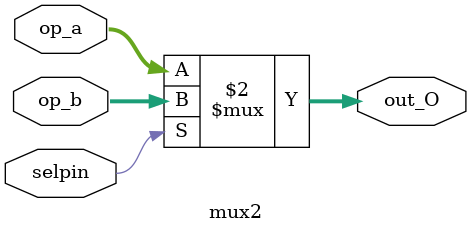
<source format=v>
module mux2 (op_a,op_b,selpin,out_O);


input wire [31:0]op_a;
input wire  [31:0]op_b;
input wire  selpin;
output reg [31:0] out_O;
always @(*) begin
    
out_O= selpin ? op_b: op_a;
 
    end 
endmodule
</source>
